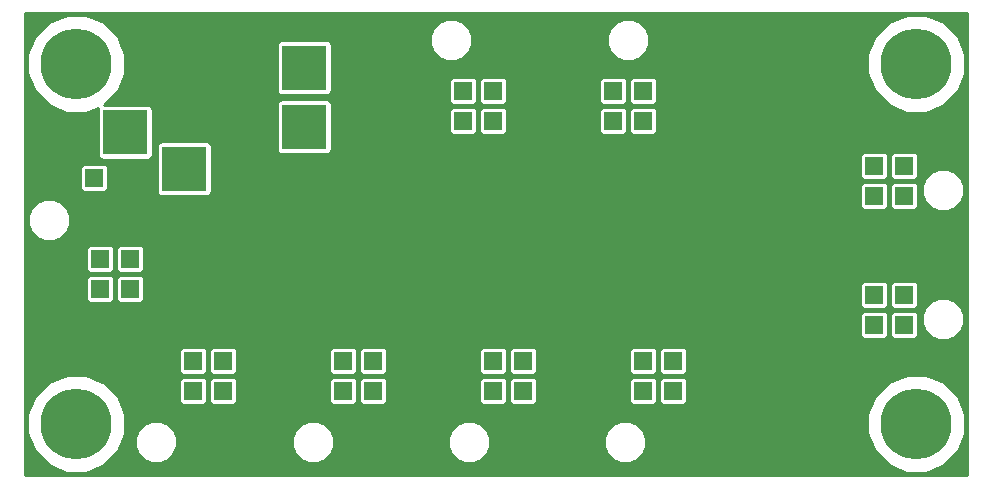
<source format=gbr>
G04 #@! TF.GenerationSoftware,KiCad,Pcbnew,(2017-02-05 revision 431abcf)-makepkg*
G04 #@! TF.CreationDate,2017-03-01T08:03:57+01:00*
G04 #@! TF.ProjectId,UNIPOWER04A,554E49504F5745523034412E6B696361,rev?*
G04 #@! TF.FileFunction,Copper,L1,Top,Signal*
G04 #@! TF.FilePolarity,Positive*
%FSLAX46Y46*%
G04 Gerber Fmt 4.6, Leading zero omitted, Abs format (unit mm)*
G04 Created by KiCad (PCBNEW (2017-02-05 revision 431abcf)-makepkg) date 03/01/17 08:03:57*
%MOMM*%
%LPD*%
G01*
G04 APERTURE LIST*
%ADD10C,0.300000*%
%ADD11R,3.810000X3.810000*%
%ADD12R,1.524000X1.524000*%
%ADD13C,6.000000*%
%ADD14C,0.800000*%
%ADD15C,0.900000*%
%ADD16C,0.200000*%
%ADD17C,0.254000*%
G04 APERTURE END LIST*
D10*
D11*
X14224000Y32870000D03*
X14224000Y26670000D03*
X9224000Y29770000D03*
D12*
X6604000Y25908000D03*
X9652000Y13970000D03*
X7112000Y13970000D03*
X9652000Y16510000D03*
X7112000Y16510000D03*
X9652000Y19050000D03*
X7112000Y19050000D03*
X9652000Y21590000D03*
X7112000Y21590000D03*
X20066000Y10414000D03*
X20066000Y7874000D03*
X17526000Y10414000D03*
X17526000Y7874000D03*
X14986000Y10414000D03*
X14986000Y7874000D03*
X12446000Y10414000D03*
X12446000Y7874000D03*
X37846000Y7874000D03*
X37846000Y10414000D03*
X40386000Y7874000D03*
X40386000Y10414000D03*
X42926000Y7874000D03*
X42926000Y10414000D03*
X45466000Y7874000D03*
X45466000Y10414000D03*
X48006000Y30734000D03*
X48006000Y33274000D03*
X50546000Y30734000D03*
X50546000Y33274000D03*
X53086000Y30734000D03*
X53086000Y33274000D03*
X55626000Y30734000D03*
X55626000Y33274000D03*
X35306000Y30734000D03*
X35306000Y33274000D03*
X37846000Y30734000D03*
X37846000Y33274000D03*
X40386000Y30734000D03*
X40386000Y33274000D03*
X42926000Y30734000D03*
X42926000Y33274000D03*
X75184000Y21844000D03*
X72644000Y21844000D03*
X75184000Y24384000D03*
X72644000Y24384000D03*
X75184000Y26924000D03*
X72644000Y26924000D03*
X75184000Y29464000D03*
X72644000Y29464000D03*
X25146000Y7874000D03*
X25146000Y10414000D03*
X27686000Y7874000D03*
X27686000Y10414000D03*
X30226000Y7874000D03*
X30226000Y10414000D03*
X32766000Y7874000D03*
X32766000Y10414000D03*
X50546000Y7874000D03*
X50546000Y10414000D03*
X53086000Y7874000D03*
X53086000Y10414000D03*
X55626000Y7874000D03*
X55626000Y10414000D03*
X58166000Y7874000D03*
X58166000Y10414000D03*
X75184000Y10922000D03*
X72644000Y10922000D03*
X75184000Y13462000D03*
X72644000Y13462000D03*
X75184000Y16002000D03*
X72644000Y16002000D03*
X75184000Y18542000D03*
X72644000Y18542000D03*
D13*
X76200000Y35560000D03*
X76200000Y5080000D03*
X5080000Y35560000D03*
X5080000Y5080000D03*
D11*
X24384000Y35226000D03*
X24384000Y30226000D03*
X29464000Y30226000D03*
X29464000Y35226000D03*
D14*
X77216000Y20828000D03*
X79756000Y32004000D03*
X73152000Y31496000D03*
X71628000Y31496000D03*
X71374000Y33020000D03*
X70104000Y33020000D03*
X79756000Y10160000D03*
X78486000Y10160000D03*
X76962000Y10160000D03*
X73152000Y8890000D03*
X58166000Y35814000D03*
X58166000Y37084000D03*
X58166000Y38100000D03*
X58166000Y39116000D03*
X43180000Y36068000D03*
X43180000Y37084000D03*
X43180000Y38100000D03*
X43180000Y39116000D03*
X32258004Y34290000D03*
X36322000Y35305994D03*
X64516000Y18796000D03*
X66294000Y18796000D03*
X67818000Y19050000D03*
X67818000Y20574000D03*
X67818000Y22098000D03*
X67056000Y23114000D03*
X65532000Y23114000D03*
X64008000Y23114000D03*
X63754000Y21590000D03*
X70358000Y7366000D03*
X69850000Y8382000D03*
X68834000Y8382000D03*
X67818000Y8382000D03*
X66802000Y8382000D03*
X4318000Y10668000D03*
X3048000Y10668000D03*
X1778000Y10668000D03*
X20320000Y5842000D03*
X19304000Y5842000D03*
X18034000Y5842000D03*
X33782000Y5588000D03*
X32766000Y5588000D03*
X31750000Y5588000D03*
X46990000Y5842000D03*
X45974000Y6096000D03*
X44704000Y6096000D03*
X61722000Y5080000D03*
X61722000Y3810000D03*
X61722000Y2540000D03*
X58674000Y28702000D03*
X58674000Y29972000D03*
X58674000Y31496000D03*
X58674000Y33020000D03*
X58674000Y34290000D03*
X57404000Y34290000D03*
X57404000Y33020000D03*
X57404000Y31496000D03*
X57404000Y29972000D03*
X57404000Y28702000D03*
X33528000Y30480000D03*
X33528000Y31750000D03*
X33528000Y33020000D03*
X33528000Y34290000D03*
X46228000Y35052000D03*
X46228000Y33782000D03*
X46228000Y32512000D03*
X46228000Y31242000D03*
X46228000Y29972000D03*
X44958000Y29972000D03*
X44958000Y31242000D03*
X44958000Y32512000D03*
X44958000Y33782000D03*
X44958000Y35052000D03*
X79756000Y21336000D03*
X78486000Y21336000D03*
X76200000Y20320000D03*
X74930000Y20320000D03*
X73660000Y20320000D03*
X72390000Y20320000D03*
X71120000Y20320000D03*
X70612000Y10414000D03*
X71628000Y8890000D03*
X59944000Y6858000D03*
X61214000Y6858000D03*
X61214000Y7874000D03*
X61214000Y9144000D03*
X59944000Y11684000D03*
X59944000Y10414000D03*
X59944000Y9144000D03*
X59944000Y7874000D03*
X48768000Y11176000D03*
X48768000Y9906000D03*
X48768000Y8636000D03*
X48768000Y7366000D03*
X47498000Y7366000D03*
X47498000Y8636000D03*
X47498000Y9906000D03*
X47498000Y11176000D03*
X36068000Y7874000D03*
X36068000Y9144000D03*
X36068000Y10414000D03*
X36068000Y11430000D03*
X34798000Y11430000D03*
X34798000Y10414000D03*
X34798000Y9144000D03*
X34798000Y7874000D03*
X10668000Y23622000D03*
X9652000Y23622000D03*
X8382000Y23622000D03*
X7112000Y23622000D03*
X10160000Y10668000D03*
X8890000Y10668000D03*
X7366000Y10668000D03*
X6096000Y10668000D03*
X6096000Y11938000D03*
X7366000Y11938000D03*
X8890000Y11938000D03*
X10160000Y11938000D03*
X22098000Y8636000D03*
X22098000Y9906000D03*
X22098000Y7366000D03*
X23114000Y7366000D03*
X23114000Y8636000D03*
X23114000Y9906000D03*
X23114000Y11176000D03*
X22098000Y11176000D03*
X17272000Y35306000D03*
X16002000Y35814000D03*
X14478000Y35814000D03*
X12954000Y35814000D03*
X11430000Y35814000D03*
X11430000Y34544000D03*
X11430000Y33020000D03*
X12192000Y29972000D03*
X13208000Y29972000D03*
X14732000Y29972000D03*
X26162000Y27432000D03*
X27432000Y27432000D03*
X28702000Y27432000D03*
X29972000Y27432000D03*
X31242000Y27432000D03*
X32512000Y27686000D03*
X32512000Y28956000D03*
X32512000Y30226000D03*
D15*
X77615999Y21227999D02*
X77216000Y20828000D01*
X77724000Y21336000D02*
X77615999Y21227999D01*
X78486000Y21336000D02*
X77724000Y21336000D01*
D16*
X72644000Y30480000D02*
X71628000Y31496000D01*
X71628000Y31496000D02*
X70104000Y33020000D01*
X71374000Y31750000D02*
X71628000Y31496000D01*
X71374000Y33020000D02*
X71374000Y31750000D01*
X72644000Y29464000D02*
X72644000Y30480000D01*
X76962000Y10160000D02*
X78486000Y10160000D01*
X71628000Y8890000D02*
X73152000Y8890000D01*
X58166000Y37084000D02*
X58166000Y35814000D01*
X58166000Y39116000D02*
X58166000Y38100000D01*
X43180000Y38100000D02*
X43180000Y37084000D01*
D15*
X32766000Y34797996D02*
X32658003Y34689999D01*
X32658003Y34689999D02*
X32258004Y34290000D01*
X33528000Y34290000D02*
X33020004Y34797996D01*
X33274000Y34544000D02*
X33020004Y34797996D01*
X33020004Y34797996D02*
X32766000Y34797996D01*
X35756315Y35305994D02*
X36322000Y35305994D01*
X35675994Y35305994D02*
X35756315Y35305994D01*
X35306000Y34936000D02*
X35675994Y35305994D01*
X35306000Y33274000D02*
X35306000Y34936000D01*
X67818000Y19050000D02*
X66548000Y19050000D01*
X66548000Y19050000D02*
X66294000Y18796000D01*
X67818000Y22098000D02*
X67818000Y20574000D01*
X65532000Y23114000D02*
X67056000Y23114000D01*
X63754000Y21590000D02*
X63754000Y22860000D01*
X63754000Y22860000D02*
X64008000Y23114000D01*
X68834000Y8382000D02*
X69850000Y8382000D01*
X66802000Y8382000D02*
X67818000Y8382000D01*
X1778000Y10668000D02*
X3048000Y10668000D01*
X18034000Y5842000D02*
X19304000Y5842000D01*
X31750000Y5588000D02*
X32766000Y5588000D01*
X44704000Y6096000D02*
X45974000Y6096000D01*
X61722000Y2540000D02*
X61722000Y3810000D01*
X58674000Y31496000D02*
X58674000Y29972000D01*
X58674000Y34290000D02*
X58674000Y33020000D01*
X57404000Y33020000D02*
X57404000Y34290000D01*
X57404000Y29972000D02*
X57404000Y31496000D01*
X55626000Y30734000D02*
X55626000Y30480000D01*
X55626000Y30480000D02*
X57404000Y28702000D01*
X33528000Y33020000D02*
X33528000Y31750000D01*
X46228000Y32512000D02*
X46228000Y33782000D01*
X46228000Y29972000D02*
X46228000Y31242000D01*
X44958000Y31242000D02*
X44958000Y29972000D01*
X44958000Y33782000D02*
X44958000Y32512000D01*
X42926000Y33274000D02*
X43180000Y33274000D01*
X43180000Y33274000D02*
X44958000Y35052000D01*
X75184000Y29464000D02*
X75184000Y29718000D01*
X74930000Y20320000D02*
X76200000Y20320000D01*
X72390000Y20320000D02*
X73660000Y20320000D01*
X72644000Y18542000D02*
X72644000Y18796000D01*
X72644000Y18796000D02*
X71120000Y20320000D01*
X72644000Y10922000D02*
X72644000Y9906000D01*
X72644000Y9906000D02*
X71628000Y8890000D01*
X61214000Y7874000D02*
X61214000Y6858000D01*
X59944000Y11684000D02*
X59944000Y10414000D01*
X59944000Y10414000D02*
X61214000Y9144000D01*
X59944000Y9144000D02*
X59944000Y10414000D01*
X58166000Y7874000D02*
X59944000Y7874000D01*
X48768000Y8636000D02*
X48768000Y9906000D01*
X47498000Y7366000D02*
X48768000Y7366000D01*
X47498000Y9906000D02*
X47498000Y8636000D01*
X45466000Y10414000D02*
X46736000Y10414000D01*
X46736000Y10414000D02*
X47498000Y11176000D01*
X36068000Y10414000D02*
X36068000Y9144000D01*
X34798000Y11430000D02*
X36068000Y11430000D01*
X34798000Y9144000D02*
X34798000Y10414000D01*
X32766000Y7874000D02*
X34798000Y7874000D01*
X8382000Y23622000D02*
X9652000Y23622000D01*
X7112000Y21590000D02*
X7112000Y23622000D01*
X7366000Y10668000D02*
X8890000Y10668000D01*
X6096000Y11938000D02*
X6096000Y10668000D01*
X8890000Y11938000D02*
X7366000Y11938000D01*
X12446000Y10414000D02*
X11684000Y10414000D01*
X11684000Y10414000D02*
X10160000Y11938000D01*
X22098000Y11176000D02*
X22098000Y9906000D01*
X23114000Y8636000D02*
X23114000Y7366000D01*
X23114000Y11176000D02*
X23114000Y9906000D01*
X20066000Y10414000D02*
X21336000Y10414000D01*
X21336000Y10414000D02*
X22098000Y11176000D01*
X14478000Y35814000D02*
X16002000Y35814000D01*
X11430000Y35814000D02*
X12954000Y35814000D01*
X11430000Y33020000D02*
X11430000Y34544000D01*
X13208000Y29972000D02*
X12192000Y29972000D01*
X14224000Y32870000D02*
X14224000Y30480000D01*
X14224000Y30480000D02*
X14732000Y29972000D01*
X28702000Y27432000D02*
X27432000Y27432000D01*
X31242000Y27432000D02*
X29972000Y27432000D01*
X32512000Y28956000D02*
X32512000Y27686000D01*
X29464000Y30226000D02*
X32512000Y30226000D01*
D17*
G36*
X80524000Y756000D02*
X756000Y756000D01*
X756000Y4262690D01*
X952285Y4262690D01*
X1579259Y2745296D01*
X2739190Y1583340D01*
X4255487Y953718D01*
X5897310Y952285D01*
X7414704Y1579259D01*
X8576660Y2739190D01*
X8769701Y3204084D01*
X10033693Y3204084D01*
X10303655Y2550726D01*
X10803096Y2050412D01*
X11455982Y1779310D01*
X12162916Y1778693D01*
X12816274Y2048655D01*
X13316588Y2548096D01*
X13587690Y3200982D01*
X13587692Y3204084D01*
X23368693Y3204084D01*
X23638655Y2550726D01*
X24138096Y2050412D01*
X24790982Y1779310D01*
X25497916Y1778693D01*
X26151274Y2048655D01*
X26651588Y2548096D01*
X26922690Y3200982D01*
X26922692Y3204084D01*
X36576693Y3204084D01*
X36846655Y2550726D01*
X37346096Y2050412D01*
X37998982Y1779310D01*
X38705916Y1778693D01*
X39359274Y2048655D01*
X39859588Y2548096D01*
X40130690Y3200982D01*
X40130692Y3204084D01*
X49784693Y3204084D01*
X50054655Y2550726D01*
X50554096Y2050412D01*
X51206982Y1779310D01*
X51913916Y1778693D01*
X52567274Y2048655D01*
X53067588Y2548096D01*
X53338690Y3200982D01*
X53339307Y3907916D01*
X53192718Y4262690D01*
X72072285Y4262690D01*
X72699259Y2745296D01*
X73859190Y1583340D01*
X75375487Y953718D01*
X77017310Y952285D01*
X78534704Y1579259D01*
X79696660Y2739190D01*
X80326282Y4255487D01*
X80327715Y5897310D01*
X79700741Y7414704D01*
X78540810Y8576660D01*
X77024513Y9206282D01*
X75382690Y9207715D01*
X73865296Y8580741D01*
X72703340Y7420810D01*
X72073718Y5904513D01*
X72072285Y4262690D01*
X53192718Y4262690D01*
X53069345Y4561274D01*
X52569904Y5061588D01*
X51917018Y5332690D01*
X51210084Y5333307D01*
X50556726Y5063345D01*
X50056412Y4563904D01*
X49785310Y3911018D01*
X49784693Y3204084D01*
X40130692Y3204084D01*
X40131307Y3907916D01*
X39861345Y4561274D01*
X39361904Y5061588D01*
X38709018Y5332690D01*
X38002084Y5333307D01*
X37348726Y5063345D01*
X36848412Y4563904D01*
X36577310Y3911018D01*
X36576693Y3204084D01*
X26922692Y3204084D01*
X26923307Y3907916D01*
X26653345Y4561274D01*
X26153904Y5061588D01*
X25501018Y5332690D01*
X24794084Y5333307D01*
X24140726Y5063345D01*
X23640412Y4563904D01*
X23369310Y3911018D01*
X23368693Y3204084D01*
X13587692Y3204084D01*
X13588307Y3907916D01*
X13318345Y4561274D01*
X12818904Y5061588D01*
X12166018Y5332690D01*
X11459084Y5333307D01*
X10805726Y5063345D01*
X10305412Y4563904D01*
X10034310Y3911018D01*
X10033693Y3204084D01*
X8769701Y3204084D01*
X9206282Y4255487D01*
X9207715Y5897310D01*
X8580741Y7414704D01*
X7420810Y8576660D01*
X7277904Y8636000D01*
X13788635Y8636000D01*
X13788635Y7112000D01*
X13821775Y6945393D01*
X13916150Y6804150D01*
X14057393Y6709775D01*
X14224000Y6676635D01*
X15748000Y6676635D01*
X15914607Y6709775D01*
X16055850Y6804150D01*
X16150225Y6945393D01*
X16183365Y7112000D01*
X16183365Y8636000D01*
X16328635Y8636000D01*
X16328635Y7112000D01*
X16361775Y6945393D01*
X16456150Y6804150D01*
X16597393Y6709775D01*
X16764000Y6676635D01*
X18288000Y6676635D01*
X18454607Y6709775D01*
X18595850Y6804150D01*
X18690225Y6945393D01*
X18723365Y7112000D01*
X18723365Y8636000D01*
X26488635Y8636000D01*
X26488635Y7112000D01*
X26521775Y6945393D01*
X26616150Y6804150D01*
X26757393Y6709775D01*
X26924000Y6676635D01*
X28448000Y6676635D01*
X28614607Y6709775D01*
X28755850Y6804150D01*
X28850225Y6945393D01*
X28883365Y7112000D01*
X28883365Y8636000D01*
X29028635Y8636000D01*
X29028635Y7112000D01*
X29061775Y6945393D01*
X29156150Y6804150D01*
X29297393Y6709775D01*
X29464000Y6676635D01*
X30988000Y6676635D01*
X31154607Y6709775D01*
X31295850Y6804150D01*
X31390225Y6945393D01*
X31423365Y7112000D01*
X31423365Y8636000D01*
X39188635Y8636000D01*
X39188635Y7112000D01*
X39221775Y6945393D01*
X39316150Y6804150D01*
X39457393Y6709775D01*
X39624000Y6676635D01*
X41148000Y6676635D01*
X41314607Y6709775D01*
X41455850Y6804150D01*
X41550225Y6945393D01*
X41583365Y7112000D01*
X41583365Y8636000D01*
X41728635Y8636000D01*
X41728635Y7112000D01*
X41761775Y6945393D01*
X41856150Y6804150D01*
X41997393Y6709775D01*
X42164000Y6676635D01*
X43688000Y6676635D01*
X43854607Y6709775D01*
X43995850Y6804150D01*
X44090225Y6945393D01*
X44123365Y7112000D01*
X44123365Y8636000D01*
X51888635Y8636000D01*
X51888635Y7112000D01*
X51921775Y6945393D01*
X52016150Y6804150D01*
X52157393Y6709775D01*
X52324000Y6676635D01*
X53848000Y6676635D01*
X54014607Y6709775D01*
X54155850Y6804150D01*
X54250225Y6945393D01*
X54283365Y7112000D01*
X54283365Y8636000D01*
X54428635Y8636000D01*
X54428635Y7112000D01*
X54461775Y6945393D01*
X54556150Y6804150D01*
X54697393Y6709775D01*
X54864000Y6676635D01*
X56388000Y6676635D01*
X56554607Y6709775D01*
X56695850Y6804150D01*
X56790225Y6945393D01*
X56823365Y7112000D01*
X56823365Y8636000D01*
X56790225Y8802607D01*
X56695850Y8943850D01*
X56554607Y9038225D01*
X56388000Y9071365D01*
X54864000Y9071365D01*
X54697393Y9038225D01*
X54556150Y8943850D01*
X54461775Y8802607D01*
X54428635Y8636000D01*
X54283365Y8636000D01*
X54250225Y8802607D01*
X54155850Y8943850D01*
X54014607Y9038225D01*
X53848000Y9071365D01*
X52324000Y9071365D01*
X52157393Y9038225D01*
X52016150Y8943850D01*
X51921775Y8802607D01*
X51888635Y8636000D01*
X44123365Y8636000D01*
X44090225Y8802607D01*
X43995850Y8943850D01*
X43854607Y9038225D01*
X43688000Y9071365D01*
X42164000Y9071365D01*
X41997393Y9038225D01*
X41856150Y8943850D01*
X41761775Y8802607D01*
X41728635Y8636000D01*
X41583365Y8636000D01*
X41550225Y8802607D01*
X41455850Y8943850D01*
X41314607Y9038225D01*
X41148000Y9071365D01*
X39624000Y9071365D01*
X39457393Y9038225D01*
X39316150Y8943850D01*
X39221775Y8802607D01*
X39188635Y8636000D01*
X31423365Y8636000D01*
X31390225Y8802607D01*
X31295850Y8943850D01*
X31154607Y9038225D01*
X30988000Y9071365D01*
X29464000Y9071365D01*
X29297393Y9038225D01*
X29156150Y8943850D01*
X29061775Y8802607D01*
X29028635Y8636000D01*
X28883365Y8636000D01*
X28850225Y8802607D01*
X28755850Y8943850D01*
X28614607Y9038225D01*
X28448000Y9071365D01*
X26924000Y9071365D01*
X26757393Y9038225D01*
X26616150Y8943850D01*
X26521775Y8802607D01*
X26488635Y8636000D01*
X18723365Y8636000D01*
X18690225Y8802607D01*
X18595850Y8943850D01*
X18454607Y9038225D01*
X18288000Y9071365D01*
X16764000Y9071365D01*
X16597393Y9038225D01*
X16456150Y8943850D01*
X16361775Y8802607D01*
X16328635Y8636000D01*
X16183365Y8636000D01*
X16150225Y8802607D01*
X16055850Y8943850D01*
X15914607Y9038225D01*
X15748000Y9071365D01*
X14224000Y9071365D01*
X14057393Y9038225D01*
X13916150Y8943850D01*
X13821775Y8802607D01*
X13788635Y8636000D01*
X7277904Y8636000D01*
X5904513Y9206282D01*
X4262690Y9207715D01*
X2745296Y8580741D01*
X1583340Y7420810D01*
X953718Y5904513D01*
X952285Y4262690D01*
X756000Y4262690D01*
X756000Y11176000D01*
X13788635Y11176000D01*
X13788635Y9652000D01*
X13821775Y9485393D01*
X13916150Y9344150D01*
X14057393Y9249775D01*
X14224000Y9216635D01*
X15748000Y9216635D01*
X15914607Y9249775D01*
X16055850Y9344150D01*
X16150225Y9485393D01*
X16183365Y9652000D01*
X16183365Y11176000D01*
X16328635Y11176000D01*
X16328635Y9652000D01*
X16361775Y9485393D01*
X16456150Y9344150D01*
X16597393Y9249775D01*
X16764000Y9216635D01*
X18288000Y9216635D01*
X18454607Y9249775D01*
X18595850Y9344150D01*
X18690225Y9485393D01*
X18723365Y9652000D01*
X18723365Y11176000D01*
X26488635Y11176000D01*
X26488635Y9652000D01*
X26521775Y9485393D01*
X26616150Y9344150D01*
X26757393Y9249775D01*
X26924000Y9216635D01*
X28448000Y9216635D01*
X28614607Y9249775D01*
X28755850Y9344150D01*
X28850225Y9485393D01*
X28883365Y9652000D01*
X28883365Y11176000D01*
X29028635Y11176000D01*
X29028635Y9652000D01*
X29061775Y9485393D01*
X29156150Y9344150D01*
X29297393Y9249775D01*
X29464000Y9216635D01*
X30988000Y9216635D01*
X31154607Y9249775D01*
X31295850Y9344150D01*
X31390225Y9485393D01*
X31423365Y9652000D01*
X31423365Y11176000D01*
X39188635Y11176000D01*
X39188635Y9652000D01*
X39221775Y9485393D01*
X39316150Y9344150D01*
X39457393Y9249775D01*
X39624000Y9216635D01*
X41148000Y9216635D01*
X41314607Y9249775D01*
X41455850Y9344150D01*
X41550225Y9485393D01*
X41583365Y9652000D01*
X41583365Y11176000D01*
X41728635Y11176000D01*
X41728635Y9652000D01*
X41761775Y9485393D01*
X41856150Y9344150D01*
X41997393Y9249775D01*
X42164000Y9216635D01*
X43688000Y9216635D01*
X43854607Y9249775D01*
X43995850Y9344150D01*
X44090225Y9485393D01*
X44123365Y9652000D01*
X44123365Y11176000D01*
X51888635Y11176000D01*
X51888635Y9652000D01*
X51921775Y9485393D01*
X52016150Y9344150D01*
X52157393Y9249775D01*
X52324000Y9216635D01*
X53848000Y9216635D01*
X54014607Y9249775D01*
X54155850Y9344150D01*
X54250225Y9485393D01*
X54283365Y9652000D01*
X54283365Y11176000D01*
X54428635Y11176000D01*
X54428635Y9652000D01*
X54461775Y9485393D01*
X54556150Y9344150D01*
X54697393Y9249775D01*
X54864000Y9216635D01*
X56388000Y9216635D01*
X56554607Y9249775D01*
X56695850Y9344150D01*
X56790225Y9485393D01*
X56823365Y9652000D01*
X56823365Y11176000D01*
X56790225Y11342607D01*
X56695850Y11483850D01*
X56554607Y11578225D01*
X56388000Y11611365D01*
X54864000Y11611365D01*
X54697393Y11578225D01*
X54556150Y11483850D01*
X54461775Y11342607D01*
X54428635Y11176000D01*
X54283365Y11176000D01*
X54250225Y11342607D01*
X54155850Y11483850D01*
X54014607Y11578225D01*
X53848000Y11611365D01*
X52324000Y11611365D01*
X52157393Y11578225D01*
X52016150Y11483850D01*
X51921775Y11342607D01*
X51888635Y11176000D01*
X44123365Y11176000D01*
X44090225Y11342607D01*
X43995850Y11483850D01*
X43854607Y11578225D01*
X43688000Y11611365D01*
X42164000Y11611365D01*
X41997393Y11578225D01*
X41856150Y11483850D01*
X41761775Y11342607D01*
X41728635Y11176000D01*
X41583365Y11176000D01*
X41550225Y11342607D01*
X41455850Y11483850D01*
X41314607Y11578225D01*
X41148000Y11611365D01*
X39624000Y11611365D01*
X39457393Y11578225D01*
X39316150Y11483850D01*
X39221775Y11342607D01*
X39188635Y11176000D01*
X31423365Y11176000D01*
X31390225Y11342607D01*
X31295850Y11483850D01*
X31154607Y11578225D01*
X30988000Y11611365D01*
X29464000Y11611365D01*
X29297393Y11578225D01*
X29156150Y11483850D01*
X29061775Y11342607D01*
X29028635Y11176000D01*
X28883365Y11176000D01*
X28850225Y11342607D01*
X28755850Y11483850D01*
X28614607Y11578225D01*
X28448000Y11611365D01*
X26924000Y11611365D01*
X26757393Y11578225D01*
X26616150Y11483850D01*
X26521775Y11342607D01*
X26488635Y11176000D01*
X18723365Y11176000D01*
X18690225Y11342607D01*
X18595850Y11483850D01*
X18454607Y11578225D01*
X18288000Y11611365D01*
X16764000Y11611365D01*
X16597393Y11578225D01*
X16456150Y11483850D01*
X16361775Y11342607D01*
X16328635Y11176000D01*
X16183365Y11176000D01*
X16150225Y11342607D01*
X16055850Y11483850D01*
X15914607Y11578225D01*
X15748000Y11611365D01*
X14224000Y11611365D01*
X14057393Y11578225D01*
X13916150Y11483850D01*
X13821775Y11342607D01*
X13788635Y11176000D01*
X756000Y11176000D01*
X756000Y14224000D01*
X71446635Y14224000D01*
X71446635Y12700000D01*
X71479775Y12533393D01*
X71574150Y12392150D01*
X71715393Y12297775D01*
X71882000Y12264635D01*
X73406000Y12264635D01*
X73572607Y12297775D01*
X73713850Y12392150D01*
X73808225Y12533393D01*
X73841365Y12700000D01*
X73841365Y14224000D01*
X73986635Y14224000D01*
X73986635Y12700000D01*
X74019775Y12533393D01*
X74114150Y12392150D01*
X74255393Y12297775D01*
X74422000Y12264635D01*
X75946000Y12264635D01*
X76112607Y12297775D01*
X76253850Y12392150D01*
X76348225Y12533393D01*
X76381365Y12700000D01*
X76381365Y13618084D01*
X76708693Y13618084D01*
X76978655Y12964726D01*
X77478096Y12464412D01*
X78130982Y12193310D01*
X78837916Y12192693D01*
X79491274Y12462655D01*
X79991588Y12962096D01*
X80262690Y13614982D01*
X80263307Y14321916D01*
X79993345Y14975274D01*
X79493904Y15475588D01*
X78841018Y15746690D01*
X78134084Y15747307D01*
X77480726Y15477345D01*
X76980412Y14977904D01*
X76709310Y14325018D01*
X76708693Y13618084D01*
X76381365Y13618084D01*
X76381365Y14224000D01*
X76348225Y14390607D01*
X76253850Y14531850D01*
X76112607Y14626225D01*
X75946000Y14659365D01*
X74422000Y14659365D01*
X74255393Y14626225D01*
X74114150Y14531850D01*
X74019775Y14390607D01*
X73986635Y14224000D01*
X73841365Y14224000D01*
X73808225Y14390607D01*
X73713850Y14531850D01*
X73572607Y14626225D01*
X73406000Y14659365D01*
X71882000Y14659365D01*
X71715393Y14626225D01*
X71574150Y14531850D01*
X71479775Y14390607D01*
X71446635Y14224000D01*
X756000Y14224000D01*
X756000Y17272000D01*
X5914635Y17272000D01*
X5914635Y15748000D01*
X5947775Y15581393D01*
X6042150Y15440150D01*
X6183393Y15345775D01*
X6350000Y15312635D01*
X7874000Y15312635D01*
X8040607Y15345775D01*
X8181850Y15440150D01*
X8276225Y15581393D01*
X8309365Y15748000D01*
X8309365Y17272000D01*
X8454635Y17272000D01*
X8454635Y15748000D01*
X8487775Y15581393D01*
X8582150Y15440150D01*
X8723393Y15345775D01*
X8890000Y15312635D01*
X10414000Y15312635D01*
X10580607Y15345775D01*
X10721850Y15440150D01*
X10816225Y15581393D01*
X10849365Y15748000D01*
X10849365Y16764000D01*
X71446635Y16764000D01*
X71446635Y15240000D01*
X71479775Y15073393D01*
X71574150Y14932150D01*
X71715393Y14837775D01*
X71882000Y14804635D01*
X73406000Y14804635D01*
X73572607Y14837775D01*
X73713850Y14932150D01*
X73808225Y15073393D01*
X73841365Y15240000D01*
X73841365Y16764000D01*
X73986635Y16764000D01*
X73986635Y15240000D01*
X74019775Y15073393D01*
X74114150Y14932150D01*
X74255393Y14837775D01*
X74422000Y14804635D01*
X75946000Y14804635D01*
X76112607Y14837775D01*
X76253850Y14932150D01*
X76348225Y15073393D01*
X76381365Y15240000D01*
X76381365Y16764000D01*
X76348225Y16930607D01*
X76253850Y17071850D01*
X76112607Y17166225D01*
X75946000Y17199365D01*
X74422000Y17199365D01*
X74255393Y17166225D01*
X74114150Y17071850D01*
X74019775Y16930607D01*
X73986635Y16764000D01*
X73841365Y16764000D01*
X73808225Y16930607D01*
X73713850Y17071850D01*
X73572607Y17166225D01*
X73406000Y17199365D01*
X71882000Y17199365D01*
X71715393Y17166225D01*
X71574150Y17071850D01*
X71479775Y16930607D01*
X71446635Y16764000D01*
X10849365Y16764000D01*
X10849365Y17272000D01*
X10816225Y17438607D01*
X10721850Y17579850D01*
X10580607Y17674225D01*
X10414000Y17707365D01*
X8890000Y17707365D01*
X8723393Y17674225D01*
X8582150Y17579850D01*
X8487775Y17438607D01*
X8454635Y17272000D01*
X8309365Y17272000D01*
X8276225Y17438607D01*
X8181850Y17579850D01*
X8040607Y17674225D01*
X7874000Y17707365D01*
X6350000Y17707365D01*
X6183393Y17674225D01*
X6042150Y17579850D01*
X5947775Y17438607D01*
X5914635Y17272000D01*
X756000Y17272000D01*
X756000Y19812000D01*
X5914635Y19812000D01*
X5914635Y18288000D01*
X5947775Y18121393D01*
X6042150Y17980150D01*
X6183393Y17885775D01*
X6350000Y17852635D01*
X7874000Y17852635D01*
X8040607Y17885775D01*
X8181850Y17980150D01*
X8276225Y18121393D01*
X8309365Y18288000D01*
X8309365Y19812000D01*
X8454635Y19812000D01*
X8454635Y18288000D01*
X8487775Y18121393D01*
X8582150Y17980150D01*
X8723393Y17885775D01*
X8890000Y17852635D01*
X10414000Y17852635D01*
X10580607Y17885775D01*
X10721850Y17980150D01*
X10816225Y18121393D01*
X10849365Y18288000D01*
X10849365Y19812000D01*
X10816225Y19978607D01*
X10721850Y20119850D01*
X10580607Y20214225D01*
X10414000Y20247365D01*
X8890000Y20247365D01*
X8723393Y20214225D01*
X8582150Y20119850D01*
X8487775Y19978607D01*
X8454635Y19812000D01*
X8309365Y19812000D01*
X8276225Y19978607D01*
X8181850Y20119850D01*
X8040607Y20214225D01*
X7874000Y20247365D01*
X6350000Y20247365D01*
X6183393Y20214225D01*
X6042150Y20119850D01*
X5947775Y19978607D01*
X5914635Y19812000D01*
X756000Y19812000D01*
X756000Y22000084D01*
X1016693Y22000084D01*
X1286655Y21346726D01*
X1786096Y20846412D01*
X2438982Y20575310D01*
X3145916Y20574693D01*
X3799274Y20844655D01*
X4299588Y21344096D01*
X4570690Y21996982D01*
X4571307Y22703916D01*
X4301345Y23357274D01*
X3801904Y23857588D01*
X3149018Y24128690D01*
X2442084Y24129307D01*
X1788726Y23859345D01*
X1288412Y23359904D01*
X1017310Y22707018D01*
X1016693Y22000084D01*
X756000Y22000084D01*
X756000Y26670000D01*
X5406635Y26670000D01*
X5406635Y25146000D01*
X5439775Y24979393D01*
X5534150Y24838150D01*
X5675393Y24743775D01*
X5842000Y24710635D01*
X7366000Y24710635D01*
X7532607Y24743775D01*
X7673850Y24838150D01*
X7768225Y24979393D01*
X7801365Y25146000D01*
X7801365Y26670000D01*
X7768225Y26836607D01*
X7673850Y26977850D01*
X7532607Y27072225D01*
X7366000Y27105365D01*
X5842000Y27105365D01*
X5675393Y27072225D01*
X5534150Y26977850D01*
X5439775Y26836607D01*
X5406635Y26670000D01*
X756000Y26670000D01*
X756000Y34742690D01*
X952285Y34742690D01*
X1579259Y33225296D01*
X2739190Y32063340D01*
X4255487Y31433718D01*
X5897310Y31432285D01*
X6927770Y31858062D01*
X6916775Y31841607D01*
X6883635Y31675000D01*
X6883635Y27865000D01*
X6916775Y27698393D01*
X7011150Y27557150D01*
X7152393Y27462775D01*
X7319000Y27429635D01*
X11129000Y27429635D01*
X11295607Y27462775D01*
X11436850Y27557150D01*
X11531225Y27698393D01*
X11564365Y27865000D01*
X11564365Y28575000D01*
X11883635Y28575000D01*
X11883635Y24765000D01*
X11916775Y24598393D01*
X12011150Y24457150D01*
X12152393Y24362775D01*
X12319000Y24329635D01*
X16129000Y24329635D01*
X16295607Y24362775D01*
X16436850Y24457150D01*
X16531225Y24598393D01*
X16564365Y24765000D01*
X16564365Y25146000D01*
X71446635Y25146000D01*
X71446635Y23622000D01*
X71479775Y23455393D01*
X71574150Y23314150D01*
X71715393Y23219775D01*
X71882000Y23186635D01*
X73406000Y23186635D01*
X73572607Y23219775D01*
X73713850Y23314150D01*
X73808225Y23455393D01*
X73841365Y23622000D01*
X73841365Y25146000D01*
X73986635Y25146000D01*
X73986635Y23622000D01*
X74019775Y23455393D01*
X74114150Y23314150D01*
X74255393Y23219775D01*
X74422000Y23186635D01*
X75946000Y23186635D01*
X76112607Y23219775D01*
X76253850Y23314150D01*
X76348225Y23455393D01*
X76381365Y23622000D01*
X76381365Y24540084D01*
X76708693Y24540084D01*
X76978655Y23886726D01*
X77478096Y23386412D01*
X78130982Y23115310D01*
X78837916Y23114693D01*
X79491274Y23384655D01*
X79991588Y23884096D01*
X80262690Y24536982D01*
X80263307Y25243916D01*
X79993345Y25897274D01*
X79493904Y26397588D01*
X78841018Y26668690D01*
X78134084Y26669307D01*
X77480726Y26399345D01*
X76980412Y25899904D01*
X76709310Y25247018D01*
X76708693Y24540084D01*
X76381365Y24540084D01*
X76381365Y25146000D01*
X76348225Y25312607D01*
X76253850Y25453850D01*
X76112607Y25548225D01*
X75946000Y25581365D01*
X74422000Y25581365D01*
X74255393Y25548225D01*
X74114150Y25453850D01*
X74019775Y25312607D01*
X73986635Y25146000D01*
X73841365Y25146000D01*
X73808225Y25312607D01*
X73713850Y25453850D01*
X73572607Y25548225D01*
X73406000Y25581365D01*
X71882000Y25581365D01*
X71715393Y25548225D01*
X71574150Y25453850D01*
X71479775Y25312607D01*
X71446635Y25146000D01*
X16564365Y25146000D01*
X16564365Y27686000D01*
X71446635Y27686000D01*
X71446635Y26162000D01*
X71479775Y25995393D01*
X71574150Y25854150D01*
X71715393Y25759775D01*
X71882000Y25726635D01*
X73406000Y25726635D01*
X73572607Y25759775D01*
X73713850Y25854150D01*
X73808225Y25995393D01*
X73841365Y26162000D01*
X73841365Y27686000D01*
X73986635Y27686000D01*
X73986635Y26162000D01*
X74019775Y25995393D01*
X74114150Y25854150D01*
X74255393Y25759775D01*
X74422000Y25726635D01*
X75946000Y25726635D01*
X76112607Y25759775D01*
X76253850Y25854150D01*
X76348225Y25995393D01*
X76381365Y26162000D01*
X76381365Y27686000D01*
X76348225Y27852607D01*
X76253850Y27993850D01*
X76112607Y28088225D01*
X75946000Y28121365D01*
X74422000Y28121365D01*
X74255393Y28088225D01*
X74114150Y27993850D01*
X74019775Y27852607D01*
X73986635Y27686000D01*
X73841365Y27686000D01*
X73808225Y27852607D01*
X73713850Y27993850D01*
X73572607Y28088225D01*
X73406000Y28121365D01*
X71882000Y28121365D01*
X71715393Y28088225D01*
X71574150Y27993850D01*
X71479775Y27852607D01*
X71446635Y27686000D01*
X16564365Y27686000D01*
X16564365Y28575000D01*
X16531225Y28741607D01*
X16436850Y28882850D01*
X16295607Y28977225D01*
X16129000Y29010365D01*
X12319000Y29010365D01*
X12152393Y28977225D01*
X12011150Y28882850D01*
X11916775Y28741607D01*
X11883635Y28575000D01*
X11564365Y28575000D01*
X11564365Y31675000D01*
X11531225Y31841607D01*
X11436850Y31982850D01*
X11295607Y32077225D01*
X11129000Y32110365D01*
X7465899Y32110365D01*
X7486570Y32131000D01*
X22043635Y32131000D01*
X22043635Y28321000D01*
X22076775Y28154393D01*
X22171150Y28013150D01*
X22312393Y27918775D01*
X22479000Y27885635D01*
X26289000Y27885635D01*
X26455607Y27918775D01*
X26596850Y28013150D01*
X26691225Y28154393D01*
X26724365Y28321000D01*
X26724365Y31496000D01*
X36648635Y31496000D01*
X36648635Y29972000D01*
X36681775Y29805393D01*
X36776150Y29664150D01*
X36917393Y29569775D01*
X37084000Y29536635D01*
X38608000Y29536635D01*
X38774607Y29569775D01*
X38915850Y29664150D01*
X39010225Y29805393D01*
X39043365Y29972000D01*
X39043365Y31496000D01*
X39188635Y31496000D01*
X39188635Y29972000D01*
X39221775Y29805393D01*
X39316150Y29664150D01*
X39457393Y29569775D01*
X39624000Y29536635D01*
X41148000Y29536635D01*
X41314607Y29569775D01*
X41455850Y29664150D01*
X41550225Y29805393D01*
X41583365Y29972000D01*
X41583365Y31496000D01*
X49348635Y31496000D01*
X49348635Y29972000D01*
X49381775Y29805393D01*
X49476150Y29664150D01*
X49617393Y29569775D01*
X49784000Y29536635D01*
X51308000Y29536635D01*
X51474607Y29569775D01*
X51615850Y29664150D01*
X51710225Y29805393D01*
X51743365Y29972000D01*
X51743365Y31496000D01*
X51888635Y31496000D01*
X51888635Y29972000D01*
X51921775Y29805393D01*
X52016150Y29664150D01*
X52157393Y29569775D01*
X52324000Y29536635D01*
X53848000Y29536635D01*
X54014607Y29569775D01*
X54155850Y29664150D01*
X54250225Y29805393D01*
X54283365Y29972000D01*
X54283365Y31496000D01*
X54250225Y31662607D01*
X54155850Y31803850D01*
X54014607Y31898225D01*
X53848000Y31931365D01*
X52324000Y31931365D01*
X52157393Y31898225D01*
X52016150Y31803850D01*
X51921775Y31662607D01*
X51888635Y31496000D01*
X51743365Y31496000D01*
X51710225Y31662607D01*
X51615850Y31803850D01*
X51474607Y31898225D01*
X51308000Y31931365D01*
X49784000Y31931365D01*
X49617393Y31898225D01*
X49476150Y31803850D01*
X49381775Y31662607D01*
X49348635Y31496000D01*
X41583365Y31496000D01*
X41550225Y31662607D01*
X41455850Y31803850D01*
X41314607Y31898225D01*
X41148000Y31931365D01*
X39624000Y31931365D01*
X39457393Y31898225D01*
X39316150Y31803850D01*
X39221775Y31662607D01*
X39188635Y31496000D01*
X39043365Y31496000D01*
X39010225Y31662607D01*
X38915850Y31803850D01*
X38774607Y31898225D01*
X38608000Y31931365D01*
X37084000Y31931365D01*
X36917393Y31898225D01*
X36776150Y31803850D01*
X36681775Y31662607D01*
X36648635Y31496000D01*
X26724365Y31496000D01*
X26724365Y32131000D01*
X26691225Y32297607D01*
X26596850Y32438850D01*
X26455607Y32533225D01*
X26289000Y32566365D01*
X22479000Y32566365D01*
X22312393Y32533225D01*
X22171150Y32438850D01*
X22076775Y32297607D01*
X22043635Y32131000D01*
X7486570Y32131000D01*
X8576660Y33219190D01*
X9206282Y34735487D01*
X9207715Y36377310D01*
X8896297Y37131000D01*
X22043635Y37131000D01*
X22043635Y33321000D01*
X22076775Y33154393D01*
X22171150Y33013150D01*
X22312393Y32918775D01*
X22479000Y32885635D01*
X26289000Y32885635D01*
X26455607Y32918775D01*
X26596850Y33013150D01*
X26691225Y33154393D01*
X26724365Y33321000D01*
X26724365Y34036000D01*
X36648635Y34036000D01*
X36648635Y32512000D01*
X36681775Y32345393D01*
X36776150Y32204150D01*
X36917393Y32109775D01*
X37084000Y32076635D01*
X38608000Y32076635D01*
X38774607Y32109775D01*
X38915850Y32204150D01*
X39010225Y32345393D01*
X39043365Y32512000D01*
X39043365Y34036000D01*
X39188635Y34036000D01*
X39188635Y32512000D01*
X39221775Y32345393D01*
X39316150Y32204150D01*
X39457393Y32109775D01*
X39624000Y32076635D01*
X41148000Y32076635D01*
X41314607Y32109775D01*
X41455850Y32204150D01*
X41550225Y32345393D01*
X41583365Y32512000D01*
X41583365Y34036000D01*
X49348635Y34036000D01*
X49348635Y32512000D01*
X49381775Y32345393D01*
X49476150Y32204150D01*
X49617393Y32109775D01*
X49784000Y32076635D01*
X51308000Y32076635D01*
X51474607Y32109775D01*
X51615850Y32204150D01*
X51710225Y32345393D01*
X51743365Y32512000D01*
X51743365Y34036000D01*
X51888635Y34036000D01*
X51888635Y32512000D01*
X51921775Y32345393D01*
X52016150Y32204150D01*
X52157393Y32109775D01*
X52324000Y32076635D01*
X53848000Y32076635D01*
X54014607Y32109775D01*
X54155850Y32204150D01*
X54250225Y32345393D01*
X54283365Y32512000D01*
X54283365Y34036000D01*
X54250225Y34202607D01*
X54155850Y34343850D01*
X54014607Y34438225D01*
X53848000Y34471365D01*
X52324000Y34471365D01*
X52157393Y34438225D01*
X52016150Y34343850D01*
X51921775Y34202607D01*
X51888635Y34036000D01*
X51743365Y34036000D01*
X51710225Y34202607D01*
X51615850Y34343850D01*
X51474607Y34438225D01*
X51308000Y34471365D01*
X49784000Y34471365D01*
X49617393Y34438225D01*
X49476150Y34343850D01*
X49381775Y34202607D01*
X49348635Y34036000D01*
X41583365Y34036000D01*
X41550225Y34202607D01*
X41455850Y34343850D01*
X41314607Y34438225D01*
X41148000Y34471365D01*
X39624000Y34471365D01*
X39457393Y34438225D01*
X39316150Y34343850D01*
X39221775Y34202607D01*
X39188635Y34036000D01*
X39043365Y34036000D01*
X39010225Y34202607D01*
X38915850Y34343850D01*
X38774607Y34438225D01*
X38608000Y34471365D01*
X37084000Y34471365D01*
X36917393Y34438225D01*
X36776150Y34343850D01*
X36681775Y34202607D01*
X36648635Y34036000D01*
X26724365Y34036000D01*
X26724365Y34742690D01*
X72072285Y34742690D01*
X72699259Y33225296D01*
X73859190Y32063340D01*
X75375487Y31433718D01*
X77017310Y31432285D01*
X78534704Y32059259D01*
X79696660Y33219190D01*
X80326282Y34735487D01*
X80327715Y36377310D01*
X79700741Y37894704D01*
X78540810Y39056660D01*
X77024513Y39686282D01*
X75382690Y39687715D01*
X73865296Y39060741D01*
X72703340Y37900810D01*
X72073718Y36384513D01*
X72072285Y34742690D01*
X26724365Y34742690D01*
X26724365Y37131000D01*
X26702667Y37240084D01*
X35052693Y37240084D01*
X35322655Y36586726D01*
X35822096Y36086412D01*
X36474982Y35815310D01*
X37181916Y35814693D01*
X37835274Y36084655D01*
X38335588Y36584096D01*
X38606690Y37236982D01*
X38606692Y37240084D01*
X50038693Y37240084D01*
X50308655Y36586726D01*
X50808096Y36086412D01*
X51460982Y35815310D01*
X52167916Y35814693D01*
X52821274Y36084655D01*
X53321588Y36584096D01*
X53592690Y37236982D01*
X53593307Y37943916D01*
X53323345Y38597274D01*
X52823904Y39097588D01*
X52171018Y39368690D01*
X51464084Y39369307D01*
X50810726Y39099345D01*
X50310412Y38599904D01*
X50039310Y37947018D01*
X50038693Y37240084D01*
X38606692Y37240084D01*
X38607307Y37943916D01*
X38337345Y38597274D01*
X37837904Y39097588D01*
X37185018Y39368690D01*
X36478084Y39369307D01*
X35824726Y39099345D01*
X35324412Y38599904D01*
X35053310Y37947018D01*
X35052693Y37240084D01*
X26702667Y37240084D01*
X26691225Y37297607D01*
X26596850Y37438850D01*
X26455607Y37533225D01*
X26289000Y37566365D01*
X22479000Y37566365D01*
X22312393Y37533225D01*
X22171150Y37438850D01*
X22076775Y37297607D01*
X22043635Y37131000D01*
X8896297Y37131000D01*
X8580741Y37894704D01*
X7420810Y39056660D01*
X5904513Y39686282D01*
X4262690Y39687715D01*
X2745296Y39060741D01*
X1583340Y37900810D01*
X953718Y36384513D01*
X952285Y34742690D01*
X756000Y34742690D01*
X756000Y39884000D01*
X80524000Y39884000D01*
X80524000Y756000D01*
X80524000Y756000D01*
G37*
X80524000Y756000D02*
X756000Y756000D01*
X756000Y4262690D01*
X952285Y4262690D01*
X1579259Y2745296D01*
X2739190Y1583340D01*
X4255487Y953718D01*
X5897310Y952285D01*
X7414704Y1579259D01*
X8576660Y2739190D01*
X8769701Y3204084D01*
X10033693Y3204084D01*
X10303655Y2550726D01*
X10803096Y2050412D01*
X11455982Y1779310D01*
X12162916Y1778693D01*
X12816274Y2048655D01*
X13316588Y2548096D01*
X13587690Y3200982D01*
X13587692Y3204084D01*
X23368693Y3204084D01*
X23638655Y2550726D01*
X24138096Y2050412D01*
X24790982Y1779310D01*
X25497916Y1778693D01*
X26151274Y2048655D01*
X26651588Y2548096D01*
X26922690Y3200982D01*
X26922692Y3204084D01*
X36576693Y3204084D01*
X36846655Y2550726D01*
X37346096Y2050412D01*
X37998982Y1779310D01*
X38705916Y1778693D01*
X39359274Y2048655D01*
X39859588Y2548096D01*
X40130690Y3200982D01*
X40130692Y3204084D01*
X49784693Y3204084D01*
X50054655Y2550726D01*
X50554096Y2050412D01*
X51206982Y1779310D01*
X51913916Y1778693D01*
X52567274Y2048655D01*
X53067588Y2548096D01*
X53338690Y3200982D01*
X53339307Y3907916D01*
X53192718Y4262690D01*
X72072285Y4262690D01*
X72699259Y2745296D01*
X73859190Y1583340D01*
X75375487Y953718D01*
X77017310Y952285D01*
X78534704Y1579259D01*
X79696660Y2739190D01*
X80326282Y4255487D01*
X80327715Y5897310D01*
X79700741Y7414704D01*
X78540810Y8576660D01*
X77024513Y9206282D01*
X75382690Y9207715D01*
X73865296Y8580741D01*
X72703340Y7420810D01*
X72073718Y5904513D01*
X72072285Y4262690D01*
X53192718Y4262690D01*
X53069345Y4561274D01*
X52569904Y5061588D01*
X51917018Y5332690D01*
X51210084Y5333307D01*
X50556726Y5063345D01*
X50056412Y4563904D01*
X49785310Y3911018D01*
X49784693Y3204084D01*
X40130692Y3204084D01*
X40131307Y3907916D01*
X39861345Y4561274D01*
X39361904Y5061588D01*
X38709018Y5332690D01*
X38002084Y5333307D01*
X37348726Y5063345D01*
X36848412Y4563904D01*
X36577310Y3911018D01*
X36576693Y3204084D01*
X26922692Y3204084D01*
X26923307Y3907916D01*
X26653345Y4561274D01*
X26153904Y5061588D01*
X25501018Y5332690D01*
X24794084Y5333307D01*
X24140726Y5063345D01*
X23640412Y4563904D01*
X23369310Y3911018D01*
X23368693Y3204084D01*
X13587692Y3204084D01*
X13588307Y3907916D01*
X13318345Y4561274D01*
X12818904Y5061588D01*
X12166018Y5332690D01*
X11459084Y5333307D01*
X10805726Y5063345D01*
X10305412Y4563904D01*
X10034310Y3911018D01*
X10033693Y3204084D01*
X8769701Y3204084D01*
X9206282Y4255487D01*
X9207715Y5897310D01*
X8580741Y7414704D01*
X7420810Y8576660D01*
X7277904Y8636000D01*
X13788635Y8636000D01*
X13788635Y7112000D01*
X13821775Y6945393D01*
X13916150Y6804150D01*
X14057393Y6709775D01*
X14224000Y6676635D01*
X15748000Y6676635D01*
X15914607Y6709775D01*
X16055850Y6804150D01*
X16150225Y6945393D01*
X16183365Y7112000D01*
X16183365Y8636000D01*
X16328635Y8636000D01*
X16328635Y7112000D01*
X16361775Y6945393D01*
X16456150Y6804150D01*
X16597393Y6709775D01*
X16764000Y6676635D01*
X18288000Y6676635D01*
X18454607Y6709775D01*
X18595850Y6804150D01*
X18690225Y6945393D01*
X18723365Y7112000D01*
X18723365Y8636000D01*
X26488635Y8636000D01*
X26488635Y7112000D01*
X26521775Y6945393D01*
X26616150Y6804150D01*
X26757393Y6709775D01*
X26924000Y6676635D01*
X28448000Y6676635D01*
X28614607Y6709775D01*
X28755850Y6804150D01*
X28850225Y6945393D01*
X28883365Y7112000D01*
X28883365Y8636000D01*
X29028635Y8636000D01*
X29028635Y7112000D01*
X29061775Y6945393D01*
X29156150Y6804150D01*
X29297393Y6709775D01*
X29464000Y6676635D01*
X30988000Y6676635D01*
X31154607Y6709775D01*
X31295850Y6804150D01*
X31390225Y6945393D01*
X31423365Y7112000D01*
X31423365Y8636000D01*
X39188635Y8636000D01*
X39188635Y7112000D01*
X39221775Y6945393D01*
X39316150Y6804150D01*
X39457393Y6709775D01*
X39624000Y6676635D01*
X41148000Y6676635D01*
X41314607Y6709775D01*
X41455850Y6804150D01*
X41550225Y6945393D01*
X41583365Y7112000D01*
X41583365Y8636000D01*
X41728635Y8636000D01*
X41728635Y7112000D01*
X41761775Y6945393D01*
X41856150Y6804150D01*
X41997393Y6709775D01*
X42164000Y6676635D01*
X43688000Y6676635D01*
X43854607Y6709775D01*
X43995850Y6804150D01*
X44090225Y6945393D01*
X44123365Y7112000D01*
X44123365Y8636000D01*
X51888635Y8636000D01*
X51888635Y7112000D01*
X51921775Y6945393D01*
X52016150Y6804150D01*
X52157393Y6709775D01*
X52324000Y6676635D01*
X53848000Y6676635D01*
X54014607Y6709775D01*
X54155850Y6804150D01*
X54250225Y6945393D01*
X54283365Y7112000D01*
X54283365Y8636000D01*
X54428635Y8636000D01*
X54428635Y7112000D01*
X54461775Y6945393D01*
X54556150Y6804150D01*
X54697393Y6709775D01*
X54864000Y6676635D01*
X56388000Y6676635D01*
X56554607Y6709775D01*
X56695850Y6804150D01*
X56790225Y6945393D01*
X56823365Y7112000D01*
X56823365Y8636000D01*
X56790225Y8802607D01*
X56695850Y8943850D01*
X56554607Y9038225D01*
X56388000Y9071365D01*
X54864000Y9071365D01*
X54697393Y9038225D01*
X54556150Y8943850D01*
X54461775Y8802607D01*
X54428635Y8636000D01*
X54283365Y8636000D01*
X54250225Y8802607D01*
X54155850Y8943850D01*
X54014607Y9038225D01*
X53848000Y9071365D01*
X52324000Y9071365D01*
X52157393Y9038225D01*
X52016150Y8943850D01*
X51921775Y8802607D01*
X51888635Y8636000D01*
X44123365Y8636000D01*
X44090225Y8802607D01*
X43995850Y8943850D01*
X43854607Y9038225D01*
X43688000Y9071365D01*
X42164000Y9071365D01*
X41997393Y9038225D01*
X41856150Y8943850D01*
X41761775Y8802607D01*
X41728635Y8636000D01*
X41583365Y8636000D01*
X41550225Y8802607D01*
X41455850Y8943850D01*
X41314607Y9038225D01*
X41148000Y9071365D01*
X39624000Y9071365D01*
X39457393Y9038225D01*
X39316150Y8943850D01*
X39221775Y8802607D01*
X39188635Y8636000D01*
X31423365Y8636000D01*
X31390225Y8802607D01*
X31295850Y8943850D01*
X31154607Y9038225D01*
X30988000Y9071365D01*
X29464000Y9071365D01*
X29297393Y9038225D01*
X29156150Y8943850D01*
X29061775Y8802607D01*
X29028635Y8636000D01*
X28883365Y8636000D01*
X28850225Y8802607D01*
X28755850Y8943850D01*
X28614607Y9038225D01*
X28448000Y9071365D01*
X26924000Y9071365D01*
X26757393Y9038225D01*
X26616150Y8943850D01*
X26521775Y8802607D01*
X26488635Y8636000D01*
X18723365Y8636000D01*
X18690225Y8802607D01*
X18595850Y8943850D01*
X18454607Y9038225D01*
X18288000Y9071365D01*
X16764000Y9071365D01*
X16597393Y9038225D01*
X16456150Y8943850D01*
X16361775Y8802607D01*
X16328635Y8636000D01*
X16183365Y8636000D01*
X16150225Y8802607D01*
X16055850Y8943850D01*
X15914607Y9038225D01*
X15748000Y9071365D01*
X14224000Y9071365D01*
X14057393Y9038225D01*
X13916150Y8943850D01*
X13821775Y8802607D01*
X13788635Y8636000D01*
X7277904Y8636000D01*
X5904513Y9206282D01*
X4262690Y9207715D01*
X2745296Y8580741D01*
X1583340Y7420810D01*
X953718Y5904513D01*
X952285Y4262690D01*
X756000Y4262690D01*
X756000Y11176000D01*
X13788635Y11176000D01*
X13788635Y9652000D01*
X13821775Y9485393D01*
X13916150Y9344150D01*
X14057393Y9249775D01*
X14224000Y9216635D01*
X15748000Y9216635D01*
X15914607Y9249775D01*
X16055850Y9344150D01*
X16150225Y9485393D01*
X16183365Y9652000D01*
X16183365Y11176000D01*
X16328635Y11176000D01*
X16328635Y9652000D01*
X16361775Y9485393D01*
X16456150Y9344150D01*
X16597393Y9249775D01*
X16764000Y9216635D01*
X18288000Y9216635D01*
X18454607Y9249775D01*
X18595850Y9344150D01*
X18690225Y9485393D01*
X18723365Y9652000D01*
X18723365Y11176000D01*
X26488635Y11176000D01*
X26488635Y9652000D01*
X26521775Y9485393D01*
X26616150Y9344150D01*
X26757393Y9249775D01*
X26924000Y9216635D01*
X28448000Y9216635D01*
X28614607Y9249775D01*
X28755850Y9344150D01*
X28850225Y9485393D01*
X28883365Y9652000D01*
X28883365Y11176000D01*
X29028635Y11176000D01*
X29028635Y9652000D01*
X29061775Y9485393D01*
X29156150Y9344150D01*
X29297393Y9249775D01*
X29464000Y9216635D01*
X30988000Y9216635D01*
X31154607Y9249775D01*
X31295850Y9344150D01*
X31390225Y9485393D01*
X31423365Y9652000D01*
X31423365Y11176000D01*
X39188635Y11176000D01*
X39188635Y9652000D01*
X39221775Y9485393D01*
X39316150Y9344150D01*
X39457393Y9249775D01*
X39624000Y9216635D01*
X41148000Y9216635D01*
X41314607Y9249775D01*
X41455850Y9344150D01*
X41550225Y9485393D01*
X41583365Y9652000D01*
X41583365Y11176000D01*
X41728635Y11176000D01*
X41728635Y9652000D01*
X41761775Y9485393D01*
X41856150Y9344150D01*
X41997393Y9249775D01*
X42164000Y9216635D01*
X43688000Y9216635D01*
X43854607Y9249775D01*
X43995850Y9344150D01*
X44090225Y9485393D01*
X44123365Y9652000D01*
X44123365Y11176000D01*
X51888635Y11176000D01*
X51888635Y9652000D01*
X51921775Y9485393D01*
X52016150Y9344150D01*
X52157393Y9249775D01*
X52324000Y9216635D01*
X53848000Y9216635D01*
X54014607Y9249775D01*
X54155850Y9344150D01*
X54250225Y9485393D01*
X54283365Y9652000D01*
X54283365Y11176000D01*
X54428635Y11176000D01*
X54428635Y9652000D01*
X54461775Y9485393D01*
X54556150Y9344150D01*
X54697393Y9249775D01*
X54864000Y9216635D01*
X56388000Y9216635D01*
X56554607Y9249775D01*
X56695850Y9344150D01*
X56790225Y9485393D01*
X56823365Y9652000D01*
X56823365Y11176000D01*
X56790225Y11342607D01*
X56695850Y11483850D01*
X56554607Y11578225D01*
X56388000Y11611365D01*
X54864000Y11611365D01*
X54697393Y11578225D01*
X54556150Y11483850D01*
X54461775Y11342607D01*
X54428635Y11176000D01*
X54283365Y11176000D01*
X54250225Y11342607D01*
X54155850Y11483850D01*
X54014607Y11578225D01*
X53848000Y11611365D01*
X52324000Y11611365D01*
X52157393Y11578225D01*
X52016150Y11483850D01*
X51921775Y11342607D01*
X51888635Y11176000D01*
X44123365Y11176000D01*
X44090225Y11342607D01*
X43995850Y11483850D01*
X43854607Y11578225D01*
X43688000Y11611365D01*
X42164000Y11611365D01*
X41997393Y11578225D01*
X41856150Y11483850D01*
X41761775Y11342607D01*
X41728635Y11176000D01*
X41583365Y11176000D01*
X41550225Y11342607D01*
X41455850Y11483850D01*
X41314607Y11578225D01*
X41148000Y11611365D01*
X39624000Y11611365D01*
X39457393Y11578225D01*
X39316150Y11483850D01*
X39221775Y11342607D01*
X39188635Y11176000D01*
X31423365Y11176000D01*
X31390225Y11342607D01*
X31295850Y11483850D01*
X31154607Y11578225D01*
X30988000Y11611365D01*
X29464000Y11611365D01*
X29297393Y11578225D01*
X29156150Y11483850D01*
X29061775Y11342607D01*
X29028635Y11176000D01*
X28883365Y11176000D01*
X28850225Y11342607D01*
X28755850Y11483850D01*
X28614607Y11578225D01*
X28448000Y11611365D01*
X26924000Y11611365D01*
X26757393Y11578225D01*
X26616150Y11483850D01*
X26521775Y11342607D01*
X26488635Y11176000D01*
X18723365Y11176000D01*
X18690225Y11342607D01*
X18595850Y11483850D01*
X18454607Y11578225D01*
X18288000Y11611365D01*
X16764000Y11611365D01*
X16597393Y11578225D01*
X16456150Y11483850D01*
X16361775Y11342607D01*
X16328635Y11176000D01*
X16183365Y11176000D01*
X16150225Y11342607D01*
X16055850Y11483850D01*
X15914607Y11578225D01*
X15748000Y11611365D01*
X14224000Y11611365D01*
X14057393Y11578225D01*
X13916150Y11483850D01*
X13821775Y11342607D01*
X13788635Y11176000D01*
X756000Y11176000D01*
X756000Y14224000D01*
X71446635Y14224000D01*
X71446635Y12700000D01*
X71479775Y12533393D01*
X71574150Y12392150D01*
X71715393Y12297775D01*
X71882000Y12264635D01*
X73406000Y12264635D01*
X73572607Y12297775D01*
X73713850Y12392150D01*
X73808225Y12533393D01*
X73841365Y12700000D01*
X73841365Y14224000D01*
X73986635Y14224000D01*
X73986635Y12700000D01*
X74019775Y12533393D01*
X74114150Y12392150D01*
X74255393Y12297775D01*
X74422000Y12264635D01*
X75946000Y12264635D01*
X76112607Y12297775D01*
X76253850Y12392150D01*
X76348225Y12533393D01*
X76381365Y12700000D01*
X76381365Y13618084D01*
X76708693Y13618084D01*
X76978655Y12964726D01*
X77478096Y12464412D01*
X78130982Y12193310D01*
X78837916Y12192693D01*
X79491274Y12462655D01*
X79991588Y12962096D01*
X80262690Y13614982D01*
X80263307Y14321916D01*
X79993345Y14975274D01*
X79493904Y15475588D01*
X78841018Y15746690D01*
X78134084Y15747307D01*
X77480726Y15477345D01*
X76980412Y14977904D01*
X76709310Y14325018D01*
X76708693Y13618084D01*
X76381365Y13618084D01*
X76381365Y14224000D01*
X76348225Y14390607D01*
X76253850Y14531850D01*
X76112607Y14626225D01*
X75946000Y14659365D01*
X74422000Y14659365D01*
X74255393Y14626225D01*
X74114150Y14531850D01*
X74019775Y14390607D01*
X73986635Y14224000D01*
X73841365Y14224000D01*
X73808225Y14390607D01*
X73713850Y14531850D01*
X73572607Y14626225D01*
X73406000Y14659365D01*
X71882000Y14659365D01*
X71715393Y14626225D01*
X71574150Y14531850D01*
X71479775Y14390607D01*
X71446635Y14224000D01*
X756000Y14224000D01*
X756000Y17272000D01*
X5914635Y17272000D01*
X5914635Y15748000D01*
X5947775Y15581393D01*
X6042150Y15440150D01*
X6183393Y15345775D01*
X6350000Y15312635D01*
X7874000Y15312635D01*
X8040607Y15345775D01*
X8181850Y15440150D01*
X8276225Y15581393D01*
X8309365Y15748000D01*
X8309365Y17272000D01*
X8454635Y17272000D01*
X8454635Y15748000D01*
X8487775Y15581393D01*
X8582150Y15440150D01*
X8723393Y15345775D01*
X8890000Y15312635D01*
X10414000Y15312635D01*
X10580607Y15345775D01*
X10721850Y15440150D01*
X10816225Y15581393D01*
X10849365Y15748000D01*
X10849365Y16764000D01*
X71446635Y16764000D01*
X71446635Y15240000D01*
X71479775Y15073393D01*
X71574150Y14932150D01*
X71715393Y14837775D01*
X71882000Y14804635D01*
X73406000Y14804635D01*
X73572607Y14837775D01*
X73713850Y14932150D01*
X73808225Y15073393D01*
X73841365Y15240000D01*
X73841365Y16764000D01*
X73986635Y16764000D01*
X73986635Y15240000D01*
X74019775Y15073393D01*
X74114150Y14932150D01*
X74255393Y14837775D01*
X74422000Y14804635D01*
X75946000Y14804635D01*
X76112607Y14837775D01*
X76253850Y14932150D01*
X76348225Y15073393D01*
X76381365Y15240000D01*
X76381365Y16764000D01*
X76348225Y16930607D01*
X76253850Y17071850D01*
X76112607Y17166225D01*
X75946000Y17199365D01*
X74422000Y17199365D01*
X74255393Y17166225D01*
X74114150Y17071850D01*
X74019775Y16930607D01*
X73986635Y16764000D01*
X73841365Y16764000D01*
X73808225Y16930607D01*
X73713850Y17071850D01*
X73572607Y17166225D01*
X73406000Y17199365D01*
X71882000Y17199365D01*
X71715393Y17166225D01*
X71574150Y17071850D01*
X71479775Y16930607D01*
X71446635Y16764000D01*
X10849365Y16764000D01*
X10849365Y17272000D01*
X10816225Y17438607D01*
X10721850Y17579850D01*
X10580607Y17674225D01*
X10414000Y17707365D01*
X8890000Y17707365D01*
X8723393Y17674225D01*
X8582150Y17579850D01*
X8487775Y17438607D01*
X8454635Y17272000D01*
X8309365Y17272000D01*
X8276225Y17438607D01*
X8181850Y17579850D01*
X8040607Y17674225D01*
X7874000Y17707365D01*
X6350000Y17707365D01*
X6183393Y17674225D01*
X6042150Y17579850D01*
X5947775Y17438607D01*
X5914635Y17272000D01*
X756000Y17272000D01*
X756000Y19812000D01*
X5914635Y19812000D01*
X5914635Y18288000D01*
X5947775Y18121393D01*
X6042150Y17980150D01*
X6183393Y17885775D01*
X6350000Y17852635D01*
X7874000Y17852635D01*
X8040607Y17885775D01*
X8181850Y17980150D01*
X8276225Y18121393D01*
X8309365Y18288000D01*
X8309365Y19812000D01*
X8454635Y19812000D01*
X8454635Y18288000D01*
X8487775Y18121393D01*
X8582150Y17980150D01*
X8723393Y17885775D01*
X8890000Y17852635D01*
X10414000Y17852635D01*
X10580607Y17885775D01*
X10721850Y17980150D01*
X10816225Y18121393D01*
X10849365Y18288000D01*
X10849365Y19812000D01*
X10816225Y19978607D01*
X10721850Y20119850D01*
X10580607Y20214225D01*
X10414000Y20247365D01*
X8890000Y20247365D01*
X8723393Y20214225D01*
X8582150Y20119850D01*
X8487775Y19978607D01*
X8454635Y19812000D01*
X8309365Y19812000D01*
X8276225Y19978607D01*
X8181850Y20119850D01*
X8040607Y20214225D01*
X7874000Y20247365D01*
X6350000Y20247365D01*
X6183393Y20214225D01*
X6042150Y20119850D01*
X5947775Y19978607D01*
X5914635Y19812000D01*
X756000Y19812000D01*
X756000Y22000084D01*
X1016693Y22000084D01*
X1286655Y21346726D01*
X1786096Y20846412D01*
X2438982Y20575310D01*
X3145916Y20574693D01*
X3799274Y20844655D01*
X4299588Y21344096D01*
X4570690Y21996982D01*
X4571307Y22703916D01*
X4301345Y23357274D01*
X3801904Y23857588D01*
X3149018Y24128690D01*
X2442084Y24129307D01*
X1788726Y23859345D01*
X1288412Y23359904D01*
X1017310Y22707018D01*
X1016693Y22000084D01*
X756000Y22000084D01*
X756000Y26670000D01*
X5406635Y26670000D01*
X5406635Y25146000D01*
X5439775Y24979393D01*
X5534150Y24838150D01*
X5675393Y24743775D01*
X5842000Y24710635D01*
X7366000Y24710635D01*
X7532607Y24743775D01*
X7673850Y24838150D01*
X7768225Y24979393D01*
X7801365Y25146000D01*
X7801365Y26670000D01*
X7768225Y26836607D01*
X7673850Y26977850D01*
X7532607Y27072225D01*
X7366000Y27105365D01*
X5842000Y27105365D01*
X5675393Y27072225D01*
X5534150Y26977850D01*
X5439775Y26836607D01*
X5406635Y26670000D01*
X756000Y26670000D01*
X756000Y34742690D01*
X952285Y34742690D01*
X1579259Y33225296D01*
X2739190Y32063340D01*
X4255487Y31433718D01*
X5897310Y31432285D01*
X6927770Y31858062D01*
X6916775Y31841607D01*
X6883635Y31675000D01*
X6883635Y27865000D01*
X6916775Y27698393D01*
X7011150Y27557150D01*
X7152393Y27462775D01*
X7319000Y27429635D01*
X11129000Y27429635D01*
X11295607Y27462775D01*
X11436850Y27557150D01*
X11531225Y27698393D01*
X11564365Y27865000D01*
X11564365Y28575000D01*
X11883635Y28575000D01*
X11883635Y24765000D01*
X11916775Y24598393D01*
X12011150Y24457150D01*
X12152393Y24362775D01*
X12319000Y24329635D01*
X16129000Y24329635D01*
X16295607Y24362775D01*
X16436850Y24457150D01*
X16531225Y24598393D01*
X16564365Y24765000D01*
X16564365Y25146000D01*
X71446635Y25146000D01*
X71446635Y23622000D01*
X71479775Y23455393D01*
X71574150Y23314150D01*
X71715393Y23219775D01*
X71882000Y23186635D01*
X73406000Y23186635D01*
X73572607Y23219775D01*
X73713850Y23314150D01*
X73808225Y23455393D01*
X73841365Y23622000D01*
X73841365Y25146000D01*
X73986635Y25146000D01*
X73986635Y23622000D01*
X74019775Y23455393D01*
X74114150Y23314150D01*
X74255393Y23219775D01*
X74422000Y23186635D01*
X75946000Y23186635D01*
X76112607Y23219775D01*
X76253850Y23314150D01*
X76348225Y23455393D01*
X76381365Y23622000D01*
X76381365Y24540084D01*
X76708693Y24540084D01*
X76978655Y23886726D01*
X77478096Y23386412D01*
X78130982Y23115310D01*
X78837916Y23114693D01*
X79491274Y23384655D01*
X79991588Y23884096D01*
X80262690Y24536982D01*
X80263307Y25243916D01*
X79993345Y25897274D01*
X79493904Y26397588D01*
X78841018Y26668690D01*
X78134084Y26669307D01*
X77480726Y26399345D01*
X76980412Y25899904D01*
X76709310Y25247018D01*
X76708693Y24540084D01*
X76381365Y24540084D01*
X76381365Y25146000D01*
X76348225Y25312607D01*
X76253850Y25453850D01*
X76112607Y25548225D01*
X75946000Y25581365D01*
X74422000Y25581365D01*
X74255393Y25548225D01*
X74114150Y25453850D01*
X74019775Y25312607D01*
X73986635Y25146000D01*
X73841365Y25146000D01*
X73808225Y25312607D01*
X73713850Y25453850D01*
X73572607Y25548225D01*
X73406000Y25581365D01*
X71882000Y25581365D01*
X71715393Y25548225D01*
X71574150Y25453850D01*
X71479775Y25312607D01*
X71446635Y25146000D01*
X16564365Y25146000D01*
X16564365Y27686000D01*
X71446635Y27686000D01*
X71446635Y26162000D01*
X71479775Y25995393D01*
X71574150Y25854150D01*
X71715393Y25759775D01*
X71882000Y25726635D01*
X73406000Y25726635D01*
X73572607Y25759775D01*
X73713850Y25854150D01*
X73808225Y25995393D01*
X73841365Y26162000D01*
X73841365Y27686000D01*
X73986635Y27686000D01*
X73986635Y26162000D01*
X74019775Y25995393D01*
X74114150Y25854150D01*
X74255393Y25759775D01*
X74422000Y25726635D01*
X75946000Y25726635D01*
X76112607Y25759775D01*
X76253850Y25854150D01*
X76348225Y25995393D01*
X76381365Y26162000D01*
X76381365Y27686000D01*
X76348225Y27852607D01*
X76253850Y27993850D01*
X76112607Y28088225D01*
X75946000Y28121365D01*
X74422000Y28121365D01*
X74255393Y28088225D01*
X74114150Y27993850D01*
X74019775Y27852607D01*
X73986635Y27686000D01*
X73841365Y27686000D01*
X73808225Y27852607D01*
X73713850Y27993850D01*
X73572607Y28088225D01*
X73406000Y28121365D01*
X71882000Y28121365D01*
X71715393Y28088225D01*
X71574150Y27993850D01*
X71479775Y27852607D01*
X71446635Y27686000D01*
X16564365Y27686000D01*
X16564365Y28575000D01*
X16531225Y28741607D01*
X16436850Y28882850D01*
X16295607Y28977225D01*
X16129000Y29010365D01*
X12319000Y29010365D01*
X12152393Y28977225D01*
X12011150Y28882850D01*
X11916775Y28741607D01*
X11883635Y28575000D01*
X11564365Y28575000D01*
X11564365Y31675000D01*
X11531225Y31841607D01*
X11436850Y31982850D01*
X11295607Y32077225D01*
X11129000Y32110365D01*
X7465899Y32110365D01*
X7486570Y32131000D01*
X22043635Y32131000D01*
X22043635Y28321000D01*
X22076775Y28154393D01*
X22171150Y28013150D01*
X22312393Y27918775D01*
X22479000Y27885635D01*
X26289000Y27885635D01*
X26455607Y27918775D01*
X26596850Y28013150D01*
X26691225Y28154393D01*
X26724365Y28321000D01*
X26724365Y31496000D01*
X36648635Y31496000D01*
X36648635Y29972000D01*
X36681775Y29805393D01*
X36776150Y29664150D01*
X36917393Y29569775D01*
X37084000Y29536635D01*
X38608000Y29536635D01*
X38774607Y29569775D01*
X38915850Y29664150D01*
X39010225Y29805393D01*
X39043365Y29972000D01*
X39043365Y31496000D01*
X39188635Y31496000D01*
X39188635Y29972000D01*
X39221775Y29805393D01*
X39316150Y29664150D01*
X39457393Y29569775D01*
X39624000Y29536635D01*
X41148000Y29536635D01*
X41314607Y29569775D01*
X41455850Y29664150D01*
X41550225Y29805393D01*
X41583365Y29972000D01*
X41583365Y31496000D01*
X49348635Y31496000D01*
X49348635Y29972000D01*
X49381775Y29805393D01*
X49476150Y29664150D01*
X49617393Y29569775D01*
X49784000Y29536635D01*
X51308000Y29536635D01*
X51474607Y29569775D01*
X51615850Y29664150D01*
X51710225Y29805393D01*
X51743365Y29972000D01*
X51743365Y31496000D01*
X51888635Y31496000D01*
X51888635Y29972000D01*
X51921775Y29805393D01*
X52016150Y29664150D01*
X52157393Y29569775D01*
X52324000Y29536635D01*
X53848000Y29536635D01*
X54014607Y29569775D01*
X54155850Y29664150D01*
X54250225Y29805393D01*
X54283365Y29972000D01*
X54283365Y31496000D01*
X54250225Y31662607D01*
X54155850Y31803850D01*
X54014607Y31898225D01*
X53848000Y31931365D01*
X52324000Y31931365D01*
X52157393Y31898225D01*
X52016150Y31803850D01*
X51921775Y31662607D01*
X51888635Y31496000D01*
X51743365Y31496000D01*
X51710225Y31662607D01*
X51615850Y31803850D01*
X51474607Y31898225D01*
X51308000Y31931365D01*
X49784000Y31931365D01*
X49617393Y31898225D01*
X49476150Y31803850D01*
X49381775Y31662607D01*
X49348635Y31496000D01*
X41583365Y31496000D01*
X41550225Y31662607D01*
X41455850Y31803850D01*
X41314607Y31898225D01*
X41148000Y31931365D01*
X39624000Y31931365D01*
X39457393Y31898225D01*
X39316150Y31803850D01*
X39221775Y31662607D01*
X39188635Y31496000D01*
X39043365Y31496000D01*
X39010225Y31662607D01*
X38915850Y31803850D01*
X38774607Y31898225D01*
X38608000Y31931365D01*
X37084000Y31931365D01*
X36917393Y31898225D01*
X36776150Y31803850D01*
X36681775Y31662607D01*
X36648635Y31496000D01*
X26724365Y31496000D01*
X26724365Y32131000D01*
X26691225Y32297607D01*
X26596850Y32438850D01*
X26455607Y32533225D01*
X26289000Y32566365D01*
X22479000Y32566365D01*
X22312393Y32533225D01*
X22171150Y32438850D01*
X22076775Y32297607D01*
X22043635Y32131000D01*
X7486570Y32131000D01*
X8576660Y33219190D01*
X9206282Y34735487D01*
X9207715Y36377310D01*
X8896297Y37131000D01*
X22043635Y37131000D01*
X22043635Y33321000D01*
X22076775Y33154393D01*
X22171150Y33013150D01*
X22312393Y32918775D01*
X22479000Y32885635D01*
X26289000Y32885635D01*
X26455607Y32918775D01*
X26596850Y33013150D01*
X26691225Y33154393D01*
X26724365Y33321000D01*
X26724365Y34036000D01*
X36648635Y34036000D01*
X36648635Y32512000D01*
X36681775Y32345393D01*
X36776150Y32204150D01*
X36917393Y32109775D01*
X37084000Y32076635D01*
X38608000Y32076635D01*
X38774607Y32109775D01*
X38915850Y32204150D01*
X39010225Y32345393D01*
X39043365Y32512000D01*
X39043365Y34036000D01*
X39188635Y34036000D01*
X39188635Y32512000D01*
X39221775Y32345393D01*
X39316150Y32204150D01*
X39457393Y32109775D01*
X39624000Y32076635D01*
X41148000Y32076635D01*
X41314607Y32109775D01*
X41455850Y32204150D01*
X41550225Y32345393D01*
X41583365Y32512000D01*
X41583365Y34036000D01*
X49348635Y34036000D01*
X49348635Y32512000D01*
X49381775Y32345393D01*
X49476150Y32204150D01*
X49617393Y32109775D01*
X49784000Y32076635D01*
X51308000Y32076635D01*
X51474607Y32109775D01*
X51615850Y32204150D01*
X51710225Y32345393D01*
X51743365Y32512000D01*
X51743365Y34036000D01*
X51888635Y34036000D01*
X51888635Y32512000D01*
X51921775Y32345393D01*
X52016150Y32204150D01*
X52157393Y32109775D01*
X52324000Y32076635D01*
X53848000Y32076635D01*
X54014607Y32109775D01*
X54155850Y32204150D01*
X54250225Y32345393D01*
X54283365Y32512000D01*
X54283365Y34036000D01*
X54250225Y34202607D01*
X54155850Y34343850D01*
X54014607Y34438225D01*
X53848000Y34471365D01*
X52324000Y34471365D01*
X52157393Y34438225D01*
X52016150Y34343850D01*
X51921775Y34202607D01*
X51888635Y34036000D01*
X51743365Y34036000D01*
X51710225Y34202607D01*
X51615850Y34343850D01*
X51474607Y34438225D01*
X51308000Y34471365D01*
X49784000Y34471365D01*
X49617393Y34438225D01*
X49476150Y34343850D01*
X49381775Y34202607D01*
X49348635Y34036000D01*
X41583365Y34036000D01*
X41550225Y34202607D01*
X41455850Y34343850D01*
X41314607Y34438225D01*
X41148000Y34471365D01*
X39624000Y34471365D01*
X39457393Y34438225D01*
X39316150Y34343850D01*
X39221775Y34202607D01*
X39188635Y34036000D01*
X39043365Y34036000D01*
X39010225Y34202607D01*
X38915850Y34343850D01*
X38774607Y34438225D01*
X38608000Y34471365D01*
X37084000Y34471365D01*
X36917393Y34438225D01*
X36776150Y34343850D01*
X36681775Y34202607D01*
X36648635Y34036000D01*
X26724365Y34036000D01*
X26724365Y34742690D01*
X72072285Y34742690D01*
X72699259Y33225296D01*
X73859190Y32063340D01*
X75375487Y31433718D01*
X77017310Y31432285D01*
X78534704Y32059259D01*
X79696660Y33219190D01*
X80326282Y34735487D01*
X80327715Y36377310D01*
X79700741Y37894704D01*
X78540810Y39056660D01*
X77024513Y39686282D01*
X75382690Y39687715D01*
X73865296Y39060741D01*
X72703340Y37900810D01*
X72073718Y36384513D01*
X72072285Y34742690D01*
X26724365Y34742690D01*
X26724365Y37131000D01*
X26702667Y37240084D01*
X35052693Y37240084D01*
X35322655Y36586726D01*
X35822096Y36086412D01*
X36474982Y35815310D01*
X37181916Y35814693D01*
X37835274Y36084655D01*
X38335588Y36584096D01*
X38606690Y37236982D01*
X38606692Y37240084D01*
X50038693Y37240084D01*
X50308655Y36586726D01*
X50808096Y36086412D01*
X51460982Y35815310D01*
X52167916Y35814693D01*
X52821274Y36084655D01*
X53321588Y36584096D01*
X53592690Y37236982D01*
X53593307Y37943916D01*
X53323345Y38597274D01*
X52823904Y39097588D01*
X52171018Y39368690D01*
X51464084Y39369307D01*
X50810726Y39099345D01*
X50310412Y38599904D01*
X50039310Y37947018D01*
X50038693Y37240084D01*
X38606692Y37240084D01*
X38607307Y37943916D01*
X38337345Y38597274D01*
X37837904Y39097588D01*
X37185018Y39368690D01*
X36478084Y39369307D01*
X35824726Y39099345D01*
X35324412Y38599904D01*
X35053310Y37947018D01*
X35052693Y37240084D01*
X26702667Y37240084D01*
X26691225Y37297607D01*
X26596850Y37438850D01*
X26455607Y37533225D01*
X26289000Y37566365D01*
X22479000Y37566365D01*
X22312393Y37533225D01*
X22171150Y37438850D01*
X22076775Y37297607D01*
X22043635Y37131000D01*
X8896297Y37131000D01*
X8580741Y37894704D01*
X7420810Y39056660D01*
X5904513Y39686282D01*
X4262690Y39687715D01*
X2745296Y39060741D01*
X1583340Y37900810D01*
X953718Y36384513D01*
X952285Y34742690D01*
X756000Y34742690D01*
X756000Y39884000D01*
X80524000Y39884000D01*
X80524000Y756000D01*
M02*

</source>
